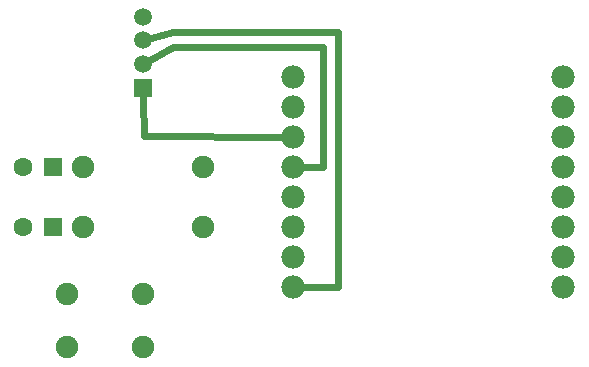
<source format=gbl>
G04 MADE WITH FRITZING*
G04 WWW.FRITZING.ORG*
G04 DOUBLE SIDED*
G04 HOLES PLATED*
G04 CONTOUR ON CENTER OF CONTOUR VECTOR*
%ASAXBY*%
%FSLAX23Y23*%
%MOIN*%
%OFA0B0*%
%SFA1.0B1.0*%
%ADD10C,0.075000*%
%ADD11C,0.077778*%
%ADD12C,0.059200*%
%ADD13C,0.062992*%
%ADD14R,0.059200X0.059200*%
%ADD15R,0.062992X0.062992*%
%ADD16C,0.024000*%
%LNCOPPER0*%
G90*
G70*
G54D10*
X581Y783D03*
X981Y783D03*
X581Y583D03*
X981Y583D03*
G54D11*
X2181Y1083D03*
X2181Y983D03*
X2181Y883D03*
X2181Y783D03*
X2181Y683D03*
X2181Y583D03*
X2181Y483D03*
X2181Y383D03*
X1281Y383D03*
X1281Y483D03*
X1281Y583D03*
X1281Y683D03*
X1281Y783D03*
X1281Y883D03*
X1281Y983D03*
X1281Y1083D03*
X2181Y1083D03*
X2181Y983D03*
X2181Y883D03*
X2181Y783D03*
X2181Y683D03*
X2181Y583D03*
X2181Y483D03*
X2181Y383D03*
X1281Y383D03*
X1281Y483D03*
X1281Y583D03*
X1281Y683D03*
X1281Y783D03*
X1281Y883D03*
X1281Y983D03*
X1281Y1083D03*
G54D10*
X781Y183D03*
X525Y183D03*
X781Y360D03*
X525Y360D03*
G54D12*
X781Y1047D03*
X781Y1283D03*
X781Y1205D03*
X781Y1126D03*
G54D13*
X479Y783D03*
X381Y783D03*
X479Y583D03*
X381Y583D03*
G54D14*
X781Y1047D03*
G54D15*
X479Y783D03*
X479Y583D03*
G54D16*
X782Y885D02*
X781Y1012D01*
D02*
X1252Y883D02*
X782Y885D01*
D02*
X1431Y384D02*
X1310Y383D01*
D02*
X881Y1233D02*
X1431Y1233D01*
D02*
X1431Y1233D02*
X1431Y384D01*
D02*
X807Y1212D02*
X881Y1233D01*
D02*
X881Y1184D02*
X804Y1139D01*
D02*
X1381Y1184D02*
X881Y1184D01*
D02*
X1310Y783D02*
X1381Y782D01*
D02*
X1381Y782D02*
X1381Y1184D01*
G04 End of Copper0*
M02*
</source>
